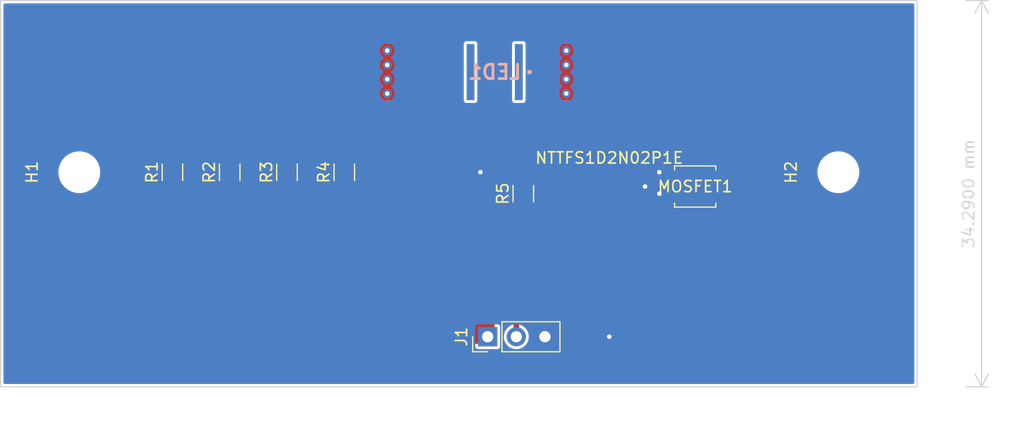
<source format=kicad_pcb>
(kicad_pcb (version 20211014) (generator pcbnew)
  (layers (0 "F.Cu" signal) (31 "B.Cu" signal) (34 "B.Paste" user) (35 "F.Paste" user) (36 "B.SilkS" user "B.Silkscreen") (37 "F.SilkS" user "F.Silkscreen") (38 "B.Mask" user) (39 "F.Mask" user) (44 "Edge.Cuts" user))
  (net 0 "")
  (net 1 "Net-(J1-Pad2)")
  (net 2 "GND")
  (net 3 "M_LED")
  (net 4 "5v")
  (net 5 "P_LED")
  (footprint "Resistor_SMD:R_1206_3216Metric_Pad1.30x1.75mm_HandSolder" (layer "F.Cu") (at 132.08 74.93 90)
    (fp_text reference "R4" (at 0 -1.82 90) (layer "F.SilkS"))
    (fp_text value "10")
    (fp_line (start -0.727064 -0.91) (end 0.727064 -0.91) (layer "F.SilkS") (width 0.12))
    (fp_line (start -0.727064 0.91) (end 0.727064 0.91) (layer "F.SilkS") (width 0.12))
    (pad "1" smd roundrect (at -1.55 0 90) (size 1.3 1.75) (layers "F.Cu" "F.Paste" "F.Mask") (roundrect_rratio 0.1923076923) (net 4 "5v"))
    (pad "2" smd roundrect (at 1.55 0 90) (size 1.3 1.75) (layers "F.Cu" "F.Paste" "F.Mask") (roundrect_rratio 0.1923076923) (net 5 "P_LED"))
  )
  (footprint "Resistor_SMD:R_1206_3216Metric_Pad1.30x1.75mm_HandSolder" (layer "F.Cu") (at 147.955 76.835 90)
    (fp_text reference "R5" (at 0 -1.82 90) (layer "F.SilkS"))
    (fp_text value "10k")
    (fp_line (start -0.727064 -0.91) (end 0.727064 -0.91) (layer "F.SilkS") (width 0.12))
    (fp_line (start -0.727064 0.91) (end 0.727064 0.91) (layer "F.SilkS") (width 0.12))
    (pad "1" smd roundrect (at -1.55 0 90) (size 1.3 1.75) (layers "F.Cu" "F.Paste" "F.Mask") (roundrect_rratio 0.1923076923) (net 1 "Net-(J1-Pad2)"))
    (pad "2" smd roundrect (at 1.55 0 90) (size 1.3 1.75) (layers "F.Cu" "F.Paste" "F.Mask") (roundrect_rratio 0.1923076923) (net 2 "GND"))
  )
  (footprint "Resistor_SMD:R_1206_3216Metric_Pad1.30x1.75mm_HandSolder" (layer "F.Cu") (at 121.92 74.93 90)
    (fp_text reference "R2" (at 0 -1.82 90) (layer "F.SilkS"))
    (fp_text value "10")
    (fp_line (start -0.727064 -0.91) (end 0.727064 -0.91) (layer "F.SilkS") (width 0.12))
    (fp_line (start -0.727064 0.91) (end 0.727064 0.91) (layer "F.SilkS") (width 0.12))
    (pad "1" smd roundrect (at -1.55 0 90) (size 1.3 1.75) (layers "F.Cu" "F.Paste" "F.Mask") (roundrect_rratio 0.1923076923) (net 4 "5v"))
    (pad "2" smd roundrect (at 1.55 0 90) (size 1.3 1.75) (layers "F.Cu" "F.Paste" "F.Mask") (roundrect_rratio 0.1923076923) (net 5 "P_LED"))
  )
  (footprint "Connector_PinHeader_2.54mm:PinHeader_1x03_P2.54mm_Vertical" (layer "F.Cu") (at 144.795 89.535 90)
    (fp_text reference "J1" (at 0 -2.33 90) (layer "F.SilkS"))
    (fp_text value "Conn_01x03_Male")
    (fp_line (start -1.33 1.27) (end 1.33 1.27) (layer "F.SilkS") (width 0.12))
    (fp_line (start 1.33 1.27) (end 1.33 6.41) (layer "F.SilkS") (width 0.12))
    (fp_line (start -1.33 -1.33) (end 0 -1.33) (layer "F.SilkS") (width 0.12))
    (fp_line (start -1.33 0) (end -1.33 -1.33) (layer "F.SilkS") (width 0.12))
    (fp_line (start -1.33 6.41) (end 1.33 6.41) (layer "F.SilkS") (width 0.12))
    (fp_line (start -1.33 1.27) (end -1.33 6.41) (layer "F.SilkS") (width 0.12))
    (pad "1" thru_hole rect (at 0 0 90) (size 1.7 1.7) (drill 1) (layers *.Cu *.Mask) (net 4 "5v"))
    (pad "2" thru_hole oval (at 0 2.54 90) (size 1.7 1.7) (drill 1) (layers *.Cu *.Mask) (net 1 "Net-(J1-Pad2)"))
    (pad "3" thru_hole oval (at 0 5.08 90) (size 1.7 1.7) (drill 1) (layers *.Cu *.Mask) (net 2 "GND"))
  )
  (footprint "footprints:NTTFS1D2N02P1E" (layer "F.Cu") (at 163.195 76.2)
    (fp_text reference "MOSFET1" (at 0 0) (layer "F.SilkS"))
    (fp_text value "NTTFS1D2N02P1E" (at -7.62 -2.54) (layer "F.SilkS"))
    (fp_poly (pts (xy 1.3462 -1.1303) (xy -0.3556 -1.1303) (xy -0.3556 1.1303) (xy 1.3462 1.1303)) (layer "F.Cu") (width 0.1) (fill solid))
    (fp_line (start 1.8288 -1.472839) (end 1.8288 -1.8288) (layer "F.SilkS") (width 0.12))
    (fp_line (start -1.8288 1.472839) (end -1.8288 1.8288) (layer "F.SilkS") (width 0.12))
    (fp_line (start 1.8288 -1.8288) (end -1.8288 -1.8288) (layer "F.SilkS") (width 0.12))
    (fp_line (start -1.8288 1.8288) (end 1.8288 1.8288) (layer "F.SilkS") (width 0.12))
    (fp_line (start 1.8288 1.8288) (end 1.8288 1.472839) (layer "F.SilkS") (width 0.12))
    (fp_line (start -1.8288 -1.8288) (end -1.8288 -1.472839) (layer "F.SilkS") (width 0.12))
    (pad "1" smd rect (at -1.6002 -0.974999) (size 0.8128 0.3302) (layers "F.Cu" "F.Paste" "F.Mask") (net 2 "GND"))
    (pad "2" smd rect (at -1.6002 -0.325001) (size 0.8128 0.3302) (layers "F.Cu" "F.Paste" "F.Mask") (net 2 "GND"))
    (pad "3" smd rect (at -1.6002 0.325001) (size 0.8128 0.3302) (layers "F.Cu" "F.Paste" "F.Mask") (net 2 "GND"))
    (pad "4" smd rect (at -1.6002 0.974999) (size 0.8128 0.3302) (layers "F.Cu" "F.Paste" "F.Mask") (net 1 "Net-(J1-Pad2)"))
    (pad "5" smd rect (at 1.6002 0.974999) (size 0.8128 0.3302) (layers "F.Cu" "F.Paste" "F.Mask") (net 3 "M_LED"))
    (pad "6" smd rect (at 1.6002 0.325001) (size 0.8128 0.3302) (layers "F.Cu" "F.Paste" "F.Mask") (net 3 "M_LED"))
    (pad "7" smd rect (at 1.6002 -0.325001) (size 0.8128 0.3302) (layers "F.Cu" "F.Paste" "F.Mask") (net 3 "M_LED"))
    (pad "8" smd rect (at 1.6002 -0.974999) (size 0.8128 0.3302) (layers "F.Cu" "F.Paste" "F.Mask") (net 3 "M_LED"))
  )
  (footprint "MountingHole:MountingHole_3.2mm_M3" (layer "F.Cu") (at 108.585 74.93 90)
    (fp_text reference "H1" (at 0 -4.2 90) (layer "F.SilkS"))
    (fp_text value "MountingHole")
    (pad "" np_thru_hole circle (at 0 0 90) (size 3.2 3.2) (drill 3.2) (layers *.Cu *.Mask))
  )
  (footprint "Resistor_SMD:R_1206_3216Metric_Pad1.30x1.75mm_HandSolder" (layer "F.Cu") (at 116.84 74.93 90)
    (fp_text reference "R1" (at 0 -1.82 90) (layer "F.SilkS"))
    (fp_text value "10")
    (fp_line (start -0.727064 0.91) (end 0.727064 0.91) (layer "F.SilkS") (width 0.12))
    (fp_line (start -0.727064 -0.91) (end 0.727064 -0.91) (layer "F.SilkS") (width 0.12))
    (pad "1" smd roundrect (at -1.55 0 90) (size 1.3 1.75) (layers "F.Cu" "F.Paste" "F.Mask") (roundrect_rratio 0.1923076923) (net 4 "5v"))
    (pad "2" smd roundrect (at 1.55 0 90) (size 1.3 1.75) (layers "F.Cu" "F.Paste" "F.Mask") (roundrect_rratio 0.1923076923) (net 5 "P_LED"))
  )
  (footprint "MountingHole:MountingHole_3.2mm_M3" (layer "F.Cu") (at 175.895 74.93 90)
    (fp_text reference "H2" (at 0 -4.2 90) (layer "F.SilkS"))
    (fp_text value "MountingHole")
    (pad "" np_thru_hole circle (at 0 0 90) (size 3.2 3.2) (drill 3.2) (layers *.Cu *.Mask))
  )
  (footprint "Resistor_SMD:R_1206_3216Metric_Pad1.30x1.75mm_HandSolder" (layer "F.Cu") (at 127 74.93 90)
    (fp_text reference "R3" (at 0 -1.82 90) (layer "F.SilkS"))
    (fp_text value "10")
    (fp_line (start -0.727064 0.91) (end 0.727064 0.91) (layer "F.SilkS") (width 0.12))
    (fp_line (start -0.727064 -0.91) (end 0.727064 -0.91) (layer "F.SilkS") (width 0.12))
    (pad "1" smd roundrect (at -1.55 0 90) (size 1.3 1.75) (layers "F.Cu" "F.Paste" "F.Mask") (roundrect_rratio 0.1923076923) (net 4 "5v"))
    (pad "2" smd roundrect (at 1.55 0 90) (size 1.3 1.75) (layers "F.Cu" "F.Paste" "F.Mask") (roundrect_rratio 0.1923076923) (net 5 "P_LED"))
  )
  (footprint "KiCad:XMLDWT0000000000U40E1" (layer "B.Cu") (at 145.415 66.04 180)
    (fp_text reference "LED1" (at 0 0) (layer "B.SilkS") (effects (font (size 1.27 1.27) (thickness 0.254)) (justify mirror)))
    (fp_text value "XMLDWT-00-0000-0000U40E1" hide)
    (fp_line (start -3 0) (end -3 0) (layer "B.SilkS") (width 0.2))
    (fp_line (start -3.2 0) (end -3.2 0) (layer "B.SilkS") (width 0.2))
    (fp_arc (start -3 0) (mid -3.1 0.1) (end -3.2 0) (layer "B.SilkS") (width 0.2))
    (fp_arc (start -3.2 0) (mid -3.1 -0.1) (end -3 0) (layer "B.SilkS") (width 0.2))
    (pad "1" smd rect locked (at -2.14 0 180) (size 0.7 4.98) (layers "B.Cu" "B.Paste" "B.Mask") (net 3 "M_LED"))
    (pad "2" smd rect locked (at 2.14 0 180) (size 0.7 4.98) (layers "B.Cu" "B.Paste" "B.Mask") (net 5 "P_LED"))
    (pad "3" smd rect locked (at 0 0 180) (size 2.98 4.98) (layers "B.Cu" "B.Paste" "B.Mask") (net 2 "GND"))
  )
  (gr_rect (start 101.6 59.69) (end 182.88 93.98) (layer "Edge.Cuts") (width 0.1) (fill none))
  (dimension (type aligned) (layer "Edge.Cuts") (pts (xy 186.69 59.69) (xy 186.69 93.98)) (height -1.905) (gr_text "34.2900 mm" (at 187.445 76.835 90) (layer "Edge.Cuts") (effects (font (size 1 1) (thickness 0.15)))) (format (units 3) (units_format 1) (precision 4)) (style (thickness 0.1) (arrow_length 1.27) (text_position_mode 0) (extension_height 0.58642) (extension_offset 0.5) keep_text_aligned))
  (segment (start 160.956301 78.385) (end 161.5948 77.746501) (width 0.5) (layer "F.Cu") (net 1))
  (segment (start 147.955 78.385) (end 147.335 79.005) (width 0.25) (layer "F.Cu") (net 1))
  (segment (start 147.955 78.385) (end 160.956301 78.385) (width 0.5) (layer "F.Cu") (net 1))
  (segment (start 147.335 79.005) (end 147.335 89.535) (width 0.5) (layer "F.Cu") (net 1))
  (segment (start 161.5948 77.746501) (end 161.5948 77.174999) (width 0.5) (layer "F.Cu") (net 1))
  (segment (start 147.955 75.285) (end 144.5 75.285) (width 0.25) (layer "F.Cu") (net 2))
  (segment (start 144.5 75.285) (end 144.145 74.93) (width 0.25) (layer "F.Cu") (net 2))
  (segment (start 161.5948 75.225001) (end 160.315001 75.225001) (width 0.25) (layer "F.Cu") (net 2))
  (segment (start 161.5948 76.525001) (end 160.329999 76.525001) (width 0.25) (layer "F.Cu") (net 2))
  (segment (start 160.329999 76.525001) (end 160.02 76.835) (width 0.25) (layer "F.Cu") (net 2))
  (segment (start 158.75 76.2) (end 159.075001 75.874999) (width 0.25) (layer "F.Cu") (net 2))
  (segment (start 160.315001 75.225001) (end 160.02 74.93) (width 0.25) (layer "F.Cu") (net 2))
  (segment (start 159.075001 75.874999) (end 161.5948 75.874999) (width 0.25) (layer "F.Cu") (net 2))
  (via (at 158.75 76.2) (size 0.8) (drill 0.4) (layers "F.Cu" "B.Cu") (net 2))
  (via (at 144.145 74.93) (size 0.8) (drill 0.4) (layers "F.Cu" "B.Cu") (net 2))
  (via (at 155.575 89.535) (size 0.8) (drill 0.4) (layers "F.Cu" "B.Cu") (net 2))
  (via (at 160.02 76.835) (size 0.8) (drill 0.4) (layers "F.Cu" "B.Cu") (net 2))
  (via (at 160.02 74.93) (size 0.8) (drill 0.4) (layers "F.Cu" "B.Cu") (net 2))
  (segment (start 149.875 89.535) (end 155.575 89.535) (width 0.25) (layer "B.Cu") (net 2))
  (via (at 151.765 67.945) (size 0.8) (drill 0.4) (layers "F.Cu" "B.Cu") (net 3))
  (via (at 151.765 64.135) (size 0.8) (drill 0.4) (layers "F.Cu" "B.Cu") (net 3))
  (via (at 151.765 65.405) (size 0.8) (drill 0.4) (layers "F.Cu" "B.Cu") (net 3))
  (via (at 151.765 66.675) (size 0.8) (drill 0.4) (layers "F.Cu" "B.Cu") (net 3))
  (segment (start 132.08 76.48) (end 132.08 76.82) (width 0.25) (layer "F.Cu") (net 4))
  (segment (start 121.92 76.48) (end 127 76.48) (width 0.25) (layer "F.Cu") (net 4))
  (segment (start 127 76.48) (end 132.08 76.48) (width 0.25) (layer "F.Cu") (net 4))
  (segment (start 116.84 76.48) (end 121.92 76.48) (width 0.25) (layer "F.Cu") (net 4))
  (segment (start 127 73.38) (end 132.08 73.38) (width 0.25) (layer "F.Cu") (net 5))
  (segment (start 121.92 73.38) (end 127 73.38) (width 0.25) (layer "F.Cu") (net 5))
  (segment (start 116.84 73.38) (end 121.92 73.38) (width 0.25) (layer "F.Cu") (net 5))
  (via (at 135.89 65.405) (size 0.8) (drill 0.4) (layers "F.Cu" "B.Cu") (net 5))
  (via (at 135.89 64.135) (size 0.8) (drill 0.4) (layers "F.Cu" "B.Cu") (net 5))
  (via (at 135.89 66.675) (size 0.8) (drill 0.4) (layers "F.Cu" "B.Cu") (net 5))
  (via (at 135.89 67.945) (size 0.8) (drill 0.4) (layers "F.Cu" "B.Cu") (net 5))
  (zone (net 4) (net_name "5v") (layer "F.Cu") (connect_pads yes (clearance 0.508)) (min_thickness 0.254) (fill yes (thermal_gap 0.508) (thermal_bridge_width 0.508))
    (polygon (pts (xy 133.35 88.265) (xy 145.415 88.265) (xy 145.415 90.17) (xy 116.205 90.17) (xy 116.205 75.565) (xy 132.715 75.565)))
  )
  (zone (net 3) (net_name "M_LED") (layer "F.Cu") (connect_pads yes (clearance 0.508)) (min_thickness 0.254) (fill yes (thermal_gap 0.508) (thermal_bridge_width 0.508))
    (polygon (pts (xy 166.37 77.47) (xy 164.465 77.47) (xy 164.465 74.93) (xy 166.37 74.93)))
  )
  (zone (net 3) (net_name "M_LED") (layer "F.Cu") (connect_pads yes (clearance 0.508)) (min_thickness 0.254) (fill yes (thermal_gap 0.508) (thermal_bridge_width 0.508))
    (polygon (pts (xy 170.815 77.47) (xy 165.735 77.47) (xy 165.735 68.58) (xy 151.13 68.58) (xy 151.13 63.5) (xy 170.815 63.5)))
  )
  (zone (net 5) (net_name "P_LED") (layer "F.Cu") (priority 3) (connect_pads yes (clearance 0.508)) (min_thickness 0.254) (fill yes (thermal_gap 0.508) (thermal_bridge_width 0.508))
    (polygon (pts (xy 137.16 68.58) (xy 132.715 68.58) (xy 132.715 73.66) (xy 116.205 73.66) (xy 116.205 63.5) (xy 137.16 63.5)))
  )
  (zone (net 2) (net_name "GND") (layer "B.Cu") (priority 5) (connect_pads yes (clearance 0.25)) (min_thickness 0.254) (fill yes (thermal_gap 0.25) (thermal_bridge_width 1))
    (polygon (pts (xy 182.88 93.98) (xy 101.6 93.98) (xy 101.6 59.69) (xy 182.88 59.69)))
  )
)
</source>
